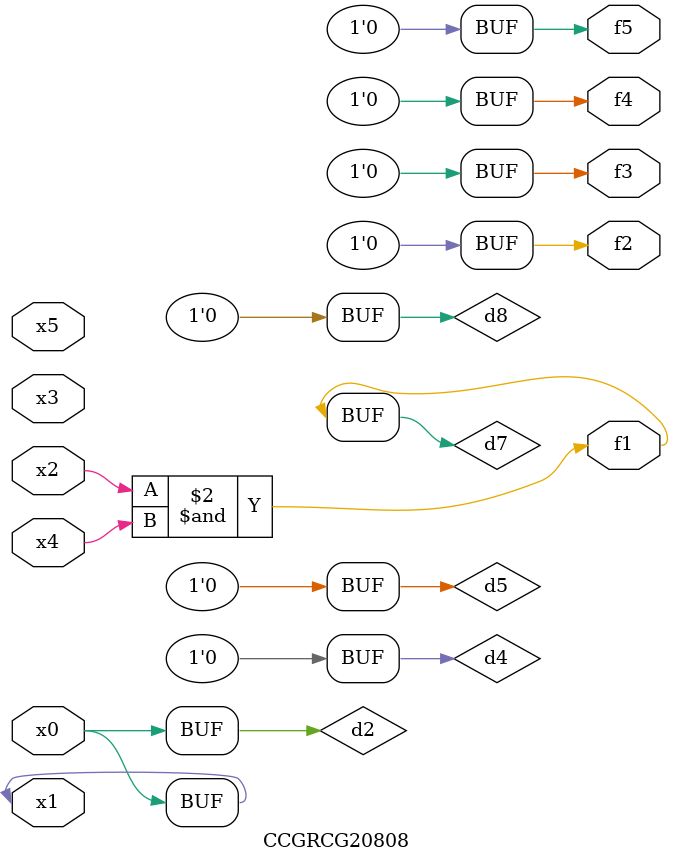
<source format=v>
module CCGRCG20808(
	input x0, x1, x2, x3, x4, x5,
	output f1, f2, f3, f4, f5
);

	wire d1, d2, d3, d4, d5, d6, d7, d8, d9;

	nand (d1, x1);
	buf (d2, x0, x1);
	nand (d3, x2, x4);
	and (d4, d1, d2);
	and (d5, d1, d2);
	nand (d6, d1, d3);
	not (d7, d3);
	xor (d8, d5);
	nor (d9, d5, d6);
	assign f1 = d7;
	assign f2 = d8;
	assign f3 = d8;
	assign f4 = d8;
	assign f5 = d8;
endmodule

</source>
